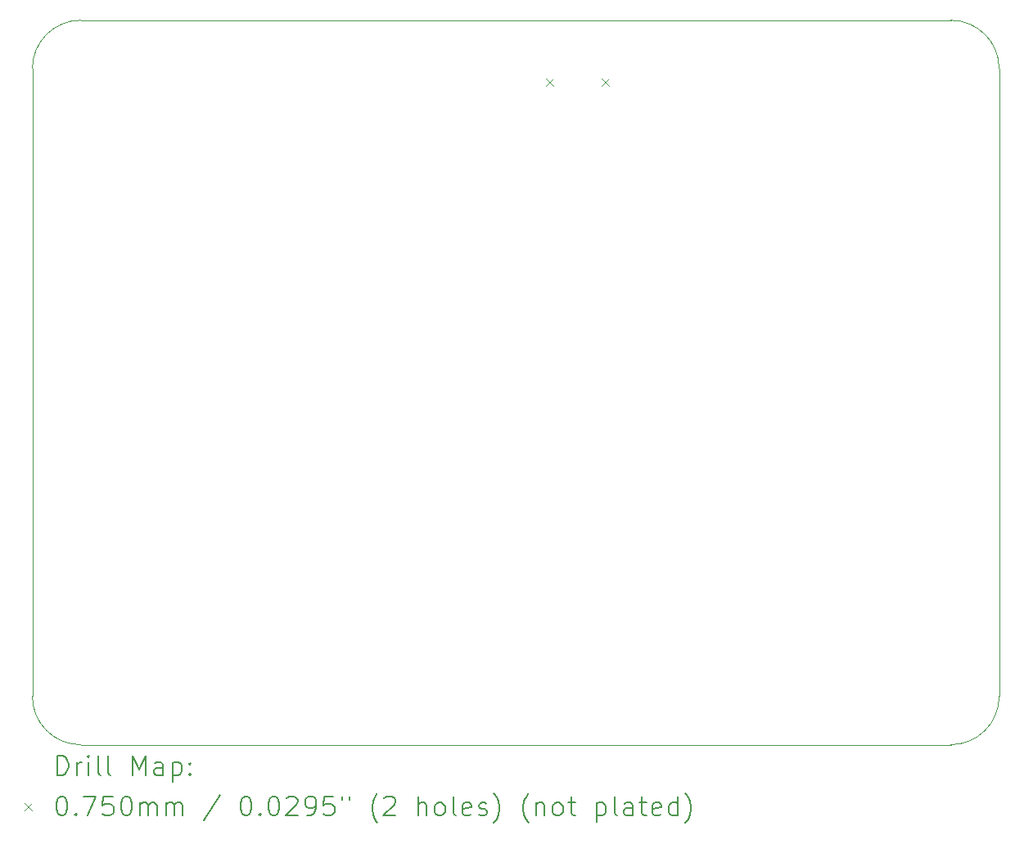
<source format=gbr>
%TF.GenerationSoftware,KiCad,Pcbnew,8.0.0*%
%TF.CreationDate,2024-02-25T15:33:39-08:00*%
%TF.ProjectId,BLDC_Motor Controller,424c4443-5f4d-46f7-946f-7220436f6e74,rev01_1*%
%TF.SameCoordinates,Original*%
%TF.FileFunction,Drillmap*%
%TF.FilePolarity,Positive*%
%FSLAX45Y45*%
G04 Gerber Fmt 4.5, Leading zero omitted, Abs format (unit mm)*
G04 Created by KiCad (PCBNEW 8.0.0) date 2024-02-25 15:33:39*
%MOMM*%
%LPD*%
G01*
G04 APERTURE LIST*
%ADD10C,0.050000*%
%ADD11C,0.200000*%
%ADD12C,0.100000*%
G04 APERTURE END LIST*
D10*
X25536000Y-17420000D02*
X16536000Y-17420000D01*
X25536000Y-9920000D02*
G75*
G02*
X26036000Y-10420000I0J-500000D01*
G01*
X16036000Y-16920000D02*
X16036000Y-10420000D01*
X16036000Y-10420000D02*
G75*
G02*
X16536000Y-9920000I500000J0D01*
G01*
X26036000Y-16920000D02*
G75*
G02*
X25536000Y-17420000I-500000J0D01*
G01*
X26036000Y-10420000D02*
X26036000Y-16920000D01*
X16536000Y-17420000D02*
G75*
G02*
X16036000Y-16920000I0J500000D01*
G01*
X16536000Y-9920000D02*
X25536000Y-9920000D01*
D11*
D12*
X21347409Y-10522062D02*
X21422410Y-10597063D01*
X21422410Y-10522062D02*
X21347409Y-10597063D01*
X21927393Y-10522062D02*
X22002395Y-10597063D01*
X22002395Y-10522062D02*
X21927393Y-10597063D01*
D11*
X16294277Y-17733984D02*
X16294277Y-17533984D01*
X16294277Y-17533984D02*
X16341896Y-17533984D01*
X16341896Y-17533984D02*
X16370467Y-17543508D01*
X16370467Y-17543508D02*
X16389515Y-17562555D01*
X16389515Y-17562555D02*
X16399039Y-17581603D01*
X16399039Y-17581603D02*
X16408562Y-17619698D01*
X16408562Y-17619698D02*
X16408562Y-17648270D01*
X16408562Y-17648270D02*
X16399039Y-17686365D01*
X16399039Y-17686365D02*
X16389515Y-17705412D01*
X16389515Y-17705412D02*
X16370467Y-17724460D01*
X16370467Y-17724460D02*
X16341896Y-17733984D01*
X16341896Y-17733984D02*
X16294277Y-17733984D01*
X16494277Y-17733984D02*
X16494277Y-17600650D01*
X16494277Y-17638746D02*
X16503801Y-17619698D01*
X16503801Y-17619698D02*
X16513324Y-17610174D01*
X16513324Y-17610174D02*
X16532372Y-17600650D01*
X16532372Y-17600650D02*
X16551420Y-17600650D01*
X16618086Y-17733984D02*
X16618086Y-17600650D01*
X16618086Y-17533984D02*
X16608562Y-17543508D01*
X16608562Y-17543508D02*
X16618086Y-17553031D01*
X16618086Y-17553031D02*
X16627610Y-17543508D01*
X16627610Y-17543508D02*
X16618086Y-17533984D01*
X16618086Y-17533984D02*
X16618086Y-17553031D01*
X16741896Y-17733984D02*
X16722848Y-17724460D01*
X16722848Y-17724460D02*
X16713324Y-17705412D01*
X16713324Y-17705412D02*
X16713324Y-17533984D01*
X16846658Y-17733984D02*
X16827610Y-17724460D01*
X16827610Y-17724460D02*
X16818086Y-17705412D01*
X16818086Y-17705412D02*
X16818086Y-17533984D01*
X17075229Y-17733984D02*
X17075229Y-17533984D01*
X17075229Y-17533984D02*
X17141896Y-17676841D01*
X17141896Y-17676841D02*
X17208563Y-17533984D01*
X17208563Y-17533984D02*
X17208563Y-17733984D01*
X17389515Y-17733984D02*
X17389515Y-17629222D01*
X17389515Y-17629222D02*
X17379991Y-17610174D01*
X17379991Y-17610174D02*
X17360944Y-17600650D01*
X17360944Y-17600650D02*
X17322848Y-17600650D01*
X17322848Y-17600650D02*
X17303801Y-17610174D01*
X17389515Y-17724460D02*
X17370467Y-17733984D01*
X17370467Y-17733984D02*
X17322848Y-17733984D01*
X17322848Y-17733984D02*
X17303801Y-17724460D01*
X17303801Y-17724460D02*
X17294277Y-17705412D01*
X17294277Y-17705412D02*
X17294277Y-17686365D01*
X17294277Y-17686365D02*
X17303801Y-17667317D01*
X17303801Y-17667317D02*
X17322848Y-17657793D01*
X17322848Y-17657793D02*
X17370467Y-17657793D01*
X17370467Y-17657793D02*
X17389515Y-17648270D01*
X17484753Y-17600650D02*
X17484753Y-17800650D01*
X17484753Y-17610174D02*
X17503801Y-17600650D01*
X17503801Y-17600650D02*
X17541896Y-17600650D01*
X17541896Y-17600650D02*
X17560944Y-17610174D01*
X17560944Y-17610174D02*
X17570467Y-17619698D01*
X17570467Y-17619698D02*
X17579991Y-17638746D01*
X17579991Y-17638746D02*
X17579991Y-17695889D01*
X17579991Y-17695889D02*
X17570467Y-17714936D01*
X17570467Y-17714936D02*
X17560944Y-17724460D01*
X17560944Y-17724460D02*
X17541896Y-17733984D01*
X17541896Y-17733984D02*
X17503801Y-17733984D01*
X17503801Y-17733984D02*
X17484753Y-17724460D01*
X17665705Y-17714936D02*
X17675229Y-17724460D01*
X17675229Y-17724460D02*
X17665705Y-17733984D01*
X17665705Y-17733984D02*
X17656182Y-17724460D01*
X17656182Y-17724460D02*
X17665705Y-17714936D01*
X17665705Y-17714936D02*
X17665705Y-17733984D01*
X17665705Y-17610174D02*
X17675229Y-17619698D01*
X17675229Y-17619698D02*
X17665705Y-17629222D01*
X17665705Y-17629222D02*
X17656182Y-17619698D01*
X17656182Y-17619698D02*
X17665705Y-17610174D01*
X17665705Y-17610174D02*
X17665705Y-17629222D01*
D12*
X15958499Y-18024999D02*
X16033500Y-18100001D01*
X16033500Y-18024999D02*
X15958499Y-18100001D01*
D11*
X16332372Y-17953984D02*
X16351420Y-17953984D01*
X16351420Y-17953984D02*
X16370467Y-17963508D01*
X16370467Y-17963508D02*
X16379991Y-17973031D01*
X16379991Y-17973031D02*
X16389515Y-17992079D01*
X16389515Y-17992079D02*
X16399039Y-18030174D01*
X16399039Y-18030174D02*
X16399039Y-18077793D01*
X16399039Y-18077793D02*
X16389515Y-18115889D01*
X16389515Y-18115889D02*
X16379991Y-18134936D01*
X16379991Y-18134936D02*
X16370467Y-18144460D01*
X16370467Y-18144460D02*
X16351420Y-18153984D01*
X16351420Y-18153984D02*
X16332372Y-18153984D01*
X16332372Y-18153984D02*
X16313324Y-18144460D01*
X16313324Y-18144460D02*
X16303801Y-18134936D01*
X16303801Y-18134936D02*
X16294277Y-18115889D01*
X16294277Y-18115889D02*
X16284753Y-18077793D01*
X16284753Y-18077793D02*
X16284753Y-18030174D01*
X16284753Y-18030174D02*
X16294277Y-17992079D01*
X16294277Y-17992079D02*
X16303801Y-17973031D01*
X16303801Y-17973031D02*
X16313324Y-17963508D01*
X16313324Y-17963508D02*
X16332372Y-17953984D01*
X16484753Y-18134936D02*
X16494277Y-18144460D01*
X16494277Y-18144460D02*
X16484753Y-18153984D01*
X16484753Y-18153984D02*
X16475229Y-18144460D01*
X16475229Y-18144460D02*
X16484753Y-18134936D01*
X16484753Y-18134936D02*
X16484753Y-18153984D01*
X16560943Y-17953984D02*
X16694277Y-17953984D01*
X16694277Y-17953984D02*
X16608562Y-18153984D01*
X16865705Y-17953984D02*
X16770467Y-17953984D01*
X16770467Y-17953984D02*
X16760943Y-18049222D01*
X16760943Y-18049222D02*
X16770467Y-18039698D01*
X16770467Y-18039698D02*
X16789515Y-18030174D01*
X16789515Y-18030174D02*
X16837134Y-18030174D01*
X16837134Y-18030174D02*
X16856182Y-18039698D01*
X16856182Y-18039698D02*
X16865705Y-18049222D01*
X16865705Y-18049222D02*
X16875229Y-18068270D01*
X16875229Y-18068270D02*
X16875229Y-18115889D01*
X16875229Y-18115889D02*
X16865705Y-18134936D01*
X16865705Y-18134936D02*
X16856182Y-18144460D01*
X16856182Y-18144460D02*
X16837134Y-18153984D01*
X16837134Y-18153984D02*
X16789515Y-18153984D01*
X16789515Y-18153984D02*
X16770467Y-18144460D01*
X16770467Y-18144460D02*
X16760943Y-18134936D01*
X16999039Y-17953984D02*
X17018086Y-17953984D01*
X17018086Y-17953984D02*
X17037134Y-17963508D01*
X17037134Y-17963508D02*
X17046658Y-17973031D01*
X17046658Y-17973031D02*
X17056182Y-17992079D01*
X17056182Y-17992079D02*
X17065705Y-18030174D01*
X17065705Y-18030174D02*
X17065705Y-18077793D01*
X17065705Y-18077793D02*
X17056182Y-18115889D01*
X17056182Y-18115889D02*
X17046658Y-18134936D01*
X17046658Y-18134936D02*
X17037134Y-18144460D01*
X17037134Y-18144460D02*
X17018086Y-18153984D01*
X17018086Y-18153984D02*
X16999039Y-18153984D01*
X16999039Y-18153984D02*
X16979991Y-18144460D01*
X16979991Y-18144460D02*
X16970467Y-18134936D01*
X16970467Y-18134936D02*
X16960944Y-18115889D01*
X16960944Y-18115889D02*
X16951420Y-18077793D01*
X16951420Y-18077793D02*
X16951420Y-18030174D01*
X16951420Y-18030174D02*
X16960944Y-17992079D01*
X16960944Y-17992079D02*
X16970467Y-17973031D01*
X16970467Y-17973031D02*
X16979991Y-17963508D01*
X16979991Y-17963508D02*
X16999039Y-17953984D01*
X17151420Y-18153984D02*
X17151420Y-18020650D01*
X17151420Y-18039698D02*
X17160944Y-18030174D01*
X17160944Y-18030174D02*
X17179991Y-18020650D01*
X17179991Y-18020650D02*
X17208563Y-18020650D01*
X17208563Y-18020650D02*
X17227610Y-18030174D01*
X17227610Y-18030174D02*
X17237134Y-18049222D01*
X17237134Y-18049222D02*
X17237134Y-18153984D01*
X17237134Y-18049222D02*
X17246658Y-18030174D01*
X17246658Y-18030174D02*
X17265705Y-18020650D01*
X17265705Y-18020650D02*
X17294277Y-18020650D01*
X17294277Y-18020650D02*
X17313325Y-18030174D01*
X17313325Y-18030174D02*
X17322848Y-18049222D01*
X17322848Y-18049222D02*
X17322848Y-18153984D01*
X17418086Y-18153984D02*
X17418086Y-18020650D01*
X17418086Y-18039698D02*
X17427610Y-18030174D01*
X17427610Y-18030174D02*
X17446658Y-18020650D01*
X17446658Y-18020650D02*
X17475229Y-18020650D01*
X17475229Y-18020650D02*
X17494277Y-18030174D01*
X17494277Y-18030174D02*
X17503801Y-18049222D01*
X17503801Y-18049222D02*
X17503801Y-18153984D01*
X17503801Y-18049222D02*
X17513325Y-18030174D01*
X17513325Y-18030174D02*
X17532372Y-18020650D01*
X17532372Y-18020650D02*
X17560944Y-18020650D01*
X17560944Y-18020650D02*
X17579991Y-18030174D01*
X17579991Y-18030174D02*
X17589515Y-18049222D01*
X17589515Y-18049222D02*
X17589515Y-18153984D01*
X17979991Y-17944460D02*
X17808563Y-18201603D01*
X18237134Y-17953984D02*
X18256182Y-17953984D01*
X18256182Y-17953984D02*
X18275229Y-17963508D01*
X18275229Y-17963508D02*
X18284753Y-17973031D01*
X18284753Y-17973031D02*
X18294277Y-17992079D01*
X18294277Y-17992079D02*
X18303801Y-18030174D01*
X18303801Y-18030174D02*
X18303801Y-18077793D01*
X18303801Y-18077793D02*
X18294277Y-18115889D01*
X18294277Y-18115889D02*
X18284753Y-18134936D01*
X18284753Y-18134936D02*
X18275229Y-18144460D01*
X18275229Y-18144460D02*
X18256182Y-18153984D01*
X18256182Y-18153984D02*
X18237134Y-18153984D01*
X18237134Y-18153984D02*
X18218087Y-18144460D01*
X18218087Y-18144460D02*
X18208563Y-18134936D01*
X18208563Y-18134936D02*
X18199039Y-18115889D01*
X18199039Y-18115889D02*
X18189515Y-18077793D01*
X18189515Y-18077793D02*
X18189515Y-18030174D01*
X18189515Y-18030174D02*
X18199039Y-17992079D01*
X18199039Y-17992079D02*
X18208563Y-17973031D01*
X18208563Y-17973031D02*
X18218087Y-17963508D01*
X18218087Y-17963508D02*
X18237134Y-17953984D01*
X18389515Y-18134936D02*
X18399039Y-18144460D01*
X18399039Y-18144460D02*
X18389515Y-18153984D01*
X18389515Y-18153984D02*
X18379991Y-18144460D01*
X18379991Y-18144460D02*
X18389515Y-18134936D01*
X18389515Y-18134936D02*
X18389515Y-18153984D01*
X18522848Y-17953984D02*
X18541896Y-17953984D01*
X18541896Y-17953984D02*
X18560944Y-17963508D01*
X18560944Y-17963508D02*
X18570468Y-17973031D01*
X18570468Y-17973031D02*
X18579991Y-17992079D01*
X18579991Y-17992079D02*
X18589515Y-18030174D01*
X18589515Y-18030174D02*
X18589515Y-18077793D01*
X18589515Y-18077793D02*
X18579991Y-18115889D01*
X18579991Y-18115889D02*
X18570468Y-18134936D01*
X18570468Y-18134936D02*
X18560944Y-18144460D01*
X18560944Y-18144460D02*
X18541896Y-18153984D01*
X18541896Y-18153984D02*
X18522848Y-18153984D01*
X18522848Y-18153984D02*
X18503801Y-18144460D01*
X18503801Y-18144460D02*
X18494277Y-18134936D01*
X18494277Y-18134936D02*
X18484753Y-18115889D01*
X18484753Y-18115889D02*
X18475229Y-18077793D01*
X18475229Y-18077793D02*
X18475229Y-18030174D01*
X18475229Y-18030174D02*
X18484753Y-17992079D01*
X18484753Y-17992079D02*
X18494277Y-17973031D01*
X18494277Y-17973031D02*
X18503801Y-17963508D01*
X18503801Y-17963508D02*
X18522848Y-17953984D01*
X18665706Y-17973031D02*
X18675229Y-17963508D01*
X18675229Y-17963508D02*
X18694277Y-17953984D01*
X18694277Y-17953984D02*
X18741896Y-17953984D01*
X18741896Y-17953984D02*
X18760944Y-17963508D01*
X18760944Y-17963508D02*
X18770468Y-17973031D01*
X18770468Y-17973031D02*
X18779991Y-17992079D01*
X18779991Y-17992079D02*
X18779991Y-18011127D01*
X18779991Y-18011127D02*
X18770468Y-18039698D01*
X18770468Y-18039698D02*
X18656182Y-18153984D01*
X18656182Y-18153984D02*
X18779991Y-18153984D01*
X18875229Y-18153984D02*
X18913325Y-18153984D01*
X18913325Y-18153984D02*
X18932372Y-18144460D01*
X18932372Y-18144460D02*
X18941896Y-18134936D01*
X18941896Y-18134936D02*
X18960944Y-18106365D01*
X18960944Y-18106365D02*
X18970468Y-18068270D01*
X18970468Y-18068270D02*
X18970468Y-17992079D01*
X18970468Y-17992079D02*
X18960944Y-17973031D01*
X18960944Y-17973031D02*
X18951420Y-17963508D01*
X18951420Y-17963508D02*
X18932372Y-17953984D01*
X18932372Y-17953984D02*
X18894277Y-17953984D01*
X18894277Y-17953984D02*
X18875229Y-17963508D01*
X18875229Y-17963508D02*
X18865706Y-17973031D01*
X18865706Y-17973031D02*
X18856182Y-17992079D01*
X18856182Y-17992079D02*
X18856182Y-18039698D01*
X18856182Y-18039698D02*
X18865706Y-18058746D01*
X18865706Y-18058746D02*
X18875229Y-18068270D01*
X18875229Y-18068270D02*
X18894277Y-18077793D01*
X18894277Y-18077793D02*
X18932372Y-18077793D01*
X18932372Y-18077793D02*
X18951420Y-18068270D01*
X18951420Y-18068270D02*
X18960944Y-18058746D01*
X18960944Y-18058746D02*
X18970468Y-18039698D01*
X19151420Y-17953984D02*
X19056182Y-17953984D01*
X19056182Y-17953984D02*
X19046658Y-18049222D01*
X19046658Y-18049222D02*
X19056182Y-18039698D01*
X19056182Y-18039698D02*
X19075229Y-18030174D01*
X19075229Y-18030174D02*
X19122849Y-18030174D01*
X19122849Y-18030174D02*
X19141896Y-18039698D01*
X19141896Y-18039698D02*
X19151420Y-18049222D01*
X19151420Y-18049222D02*
X19160944Y-18068270D01*
X19160944Y-18068270D02*
X19160944Y-18115889D01*
X19160944Y-18115889D02*
X19151420Y-18134936D01*
X19151420Y-18134936D02*
X19141896Y-18144460D01*
X19141896Y-18144460D02*
X19122849Y-18153984D01*
X19122849Y-18153984D02*
X19075229Y-18153984D01*
X19075229Y-18153984D02*
X19056182Y-18144460D01*
X19056182Y-18144460D02*
X19046658Y-18134936D01*
X19237134Y-17953984D02*
X19237134Y-17992079D01*
X19313325Y-17953984D02*
X19313325Y-17992079D01*
X19608563Y-18230174D02*
X19599039Y-18220650D01*
X19599039Y-18220650D02*
X19579991Y-18192079D01*
X19579991Y-18192079D02*
X19570468Y-18173031D01*
X19570468Y-18173031D02*
X19560944Y-18144460D01*
X19560944Y-18144460D02*
X19551420Y-18096841D01*
X19551420Y-18096841D02*
X19551420Y-18058746D01*
X19551420Y-18058746D02*
X19560944Y-18011127D01*
X19560944Y-18011127D02*
X19570468Y-17982555D01*
X19570468Y-17982555D02*
X19579991Y-17963508D01*
X19579991Y-17963508D02*
X19599039Y-17934936D01*
X19599039Y-17934936D02*
X19608563Y-17925412D01*
X19675230Y-17973031D02*
X19684753Y-17963508D01*
X19684753Y-17963508D02*
X19703801Y-17953984D01*
X19703801Y-17953984D02*
X19751420Y-17953984D01*
X19751420Y-17953984D02*
X19770468Y-17963508D01*
X19770468Y-17963508D02*
X19779991Y-17973031D01*
X19779991Y-17973031D02*
X19789515Y-17992079D01*
X19789515Y-17992079D02*
X19789515Y-18011127D01*
X19789515Y-18011127D02*
X19779991Y-18039698D01*
X19779991Y-18039698D02*
X19665706Y-18153984D01*
X19665706Y-18153984D02*
X19789515Y-18153984D01*
X20027611Y-18153984D02*
X20027611Y-17953984D01*
X20113325Y-18153984D02*
X20113325Y-18049222D01*
X20113325Y-18049222D02*
X20103801Y-18030174D01*
X20103801Y-18030174D02*
X20084753Y-18020650D01*
X20084753Y-18020650D02*
X20056182Y-18020650D01*
X20056182Y-18020650D02*
X20037134Y-18030174D01*
X20037134Y-18030174D02*
X20027611Y-18039698D01*
X20237134Y-18153984D02*
X20218087Y-18144460D01*
X20218087Y-18144460D02*
X20208563Y-18134936D01*
X20208563Y-18134936D02*
X20199039Y-18115889D01*
X20199039Y-18115889D02*
X20199039Y-18058746D01*
X20199039Y-18058746D02*
X20208563Y-18039698D01*
X20208563Y-18039698D02*
X20218087Y-18030174D01*
X20218087Y-18030174D02*
X20237134Y-18020650D01*
X20237134Y-18020650D02*
X20265706Y-18020650D01*
X20265706Y-18020650D02*
X20284753Y-18030174D01*
X20284753Y-18030174D02*
X20294277Y-18039698D01*
X20294277Y-18039698D02*
X20303801Y-18058746D01*
X20303801Y-18058746D02*
X20303801Y-18115889D01*
X20303801Y-18115889D02*
X20294277Y-18134936D01*
X20294277Y-18134936D02*
X20284753Y-18144460D01*
X20284753Y-18144460D02*
X20265706Y-18153984D01*
X20265706Y-18153984D02*
X20237134Y-18153984D01*
X20418087Y-18153984D02*
X20399039Y-18144460D01*
X20399039Y-18144460D02*
X20389515Y-18125412D01*
X20389515Y-18125412D02*
X20389515Y-17953984D01*
X20570468Y-18144460D02*
X20551420Y-18153984D01*
X20551420Y-18153984D02*
X20513325Y-18153984D01*
X20513325Y-18153984D02*
X20494277Y-18144460D01*
X20494277Y-18144460D02*
X20484753Y-18125412D01*
X20484753Y-18125412D02*
X20484753Y-18049222D01*
X20484753Y-18049222D02*
X20494277Y-18030174D01*
X20494277Y-18030174D02*
X20513325Y-18020650D01*
X20513325Y-18020650D02*
X20551420Y-18020650D01*
X20551420Y-18020650D02*
X20570468Y-18030174D01*
X20570468Y-18030174D02*
X20579992Y-18049222D01*
X20579992Y-18049222D02*
X20579992Y-18068270D01*
X20579992Y-18068270D02*
X20484753Y-18087317D01*
X20656182Y-18144460D02*
X20675230Y-18153984D01*
X20675230Y-18153984D02*
X20713325Y-18153984D01*
X20713325Y-18153984D02*
X20732373Y-18144460D01*
X20732373Y-18144460D02*
X20741896Y-18125412D01*
X20741896Y-18125412D02*
X20741896Y-18115889D01*
X20741896Y-18115889D02*
X20732373Y-18096841D01*
X20732373Y-18096841D02*
X20713325Y-18087317D01*
X20713325Y-18087317D02*
X20684753Y-18087317D01*
X20684753Y-18087317D02*
X20665706Y-18077793D01*
X20665706Y-18077793D02*
X20656182Y-18058746D01*
X20656182Y-18058746D02*
X20656182Y-18049222D01*
X20656182Y-18049222D02*
X20665706Y-18030174D01*
X20665706Y-18030174D02*
X20684753Y-18020650D01*
X20684753Y-18020650D02*
X20713325Y-18020650D01*
X20713325Y-18020650D02*
X20732373Y-18030174D01*
X20808563Y-18230174D02*
X20818087Y-18220650D01*
X20818087Y-18220650D02*
X20837134Y-18192079D01*
X20837134Y-18192079D02*
X20846658Y-18173031D01*
X20846658Y-18173031D02*
X20856182Y-18144460D01*
X20856182Y-18144460D02*
X20865706Y-18096841D01*
X20865706Y-18096841D02*
X20865706Y-18058746D01*
X20865706Y-18058746D02*
X20856182Y-18011127D01*
X20856182Y-18011127D02*
X20846658Y-17982555D01*
X20846658Y-17982555D02*
X20837134Y-17963508D01*
X20837134Y-17963508D02*
X20818087Y-17934936D01*
X20818087Y-17934936D02*
X20808563Y-17925412D01*
X21170468Y-18230174D02*
X21160944Y-18220650D01*
X21160944Y-18220650D02*
X21141896Y-18192079D01*
X21141896Y-18192079D02*
X21132373Y-18173031D01*
X21132373Y-18173031D02*
X21122849Y-18144460D01*
X21122849Y-18144460D02*
X21113325Y-18096841D01*
X21113325Y-18096841D02*
X21113325Y-18058746D01*
X21113325Y-18058746D02*
X21122849Y-18011127D01*
X21122849Y-18011127D02*
X21132373Y-17982555D01*
X21132373Y-17982555D02*
X21141896Y-17963508D01*
X21141896Y-17963508D02*
X21160944Y-17934936D01*
X21160944Y-17934936D02*
X21170468Y-17925412D01*
X21246658Y-18020650D02*
X21246658Y-18153984D01*
X21246658Y-18039698D02*
X21256182Y-18030174D01*
X21256182Y-18030174D02*
X21275230Y-18020650D01*
X21275230Y-18020650D02*
X21303801Y-18020650D01*
X21303801Y-18020650D02*
X21322849Y-18030174D01*
X21322849Y-18030174D02*
X21332373Y-18049222D01*
X21332373Y-18049222D02*
X21332373Y-18153984D01*
X21456182Y-18153984D02*
X21437134Y-18144460D01*
X21437134Y-18144460D02*
X21427611Y-18134936D01*
X21427611Y-18134936D02*
X21418087Y-18115889D01*
X21418087Y-18115889D02*
X21418087Y-18058746D01*
X21418087Y-18058746D02*
X21427611Y-18039698D01*
X21427611Y-18039698D02*
X21437134Y-18030174D01*
X21437134Y-18030174D02*
X21456182Y-18020650D01*
X21456182Y-18020650D02*
X21484754Y-18020650D01*
X21484754Y-18020650D02*
X21503801Y-18030174D01*
X21503801Y-18030174D02*
X21513325Y-18039698D01*
X21513325Y-18039698D02*
X21522849Y-18058746D01*
X21522849Y-18058746D02*
X21522849Y-18115889D01*
X21522849Y-18115889D02*
X21513325Y-18134936D01*
X21513325Y-18134936D02*
X21503801Y-18144460D01*
X21503801Y-18144460D02*
X21484754Y-18153984D01*
X21484754Y-18153984D02*
X21456182Y-18153984D01*
X21579992Y-18020650D02*
X21656182Y-18020650D01*
X21608563Y-17953984D02*
X21608563Y-18125412D01*
X21608563Y-18125412D02*
X21618087Y-18144460D01*
X21618087Y-18144460D02*
X21637134Y-18153984D01*
X21637134Y-18153984D02*
X21656182Y-18153984D01*
X21875230Y-18020650D02*
X21875230Y-18220650D01*
X21875230Y-18030174D02*
X21894277Y-18020650D01*
X21894277Y-18020650D02*
X21932373Y-18020650D01*
X21932373Y-18020650D02*
X21951420Y-18030174D01*
X21951420Y-18030174D02*
X21960944Y-18039698D01*
X21960944Y-18039698D02*
X21970468Y-18058746D01*
X21970468Y-18058746D02*
X21970468Y-18115889D01*
X21970468Y-18115889D02*
X21960944Y-18134936D01*
X21960944Y-18134936D02*
X21951420Y-18144460D01*
X21951420Y-18144460D02*
X21932373Y-18153984D01*
X21932373Y-18153984D02*
X21894277Y-18153984D01*
X21894277Y-18153984D02*
X21875230Y-18144460D01*
X22084754Y-18153984D02*
X22065706Y-18144460D01*
X22065706Y-18144460D02*
X22056182Y-18125412D01*
X22056182Y-18125412D02*
X22056182Y-17953984D01*
X22246658Y-18153984D02*
X22246658Y-18049222D01*
X22246658Y-18049222D02*
X22237135Y-18030174D01*
X22237135Y-18030174D02*
X22218087Y-18020650D01*
X22218087Y-18020650D02*
X22179992Y-18020650D01*
X22179992Y-18020650D02*
X22160944Y-18030174D01*
X22246658Y-18144460D02*
X22227611Y-18153984D01*
X22227611Y-18153984D02*
X22179992Y-18153984D01*
X22179992Y-18153984D02*
X22160944Y-18144460D01*
X22160944Y-18144460D02*
X22151420Y-18125412D01*
X22151420Y-18125412D02*
X22151420Y-18106365D01*
X22151420Y-18106365D02*
X22160944Y-18087317D01*
X22160944Y-18087317D02*
X22179992Y-18077793D01*
X22179992Y-18077793D02*
X22227611Y-18077793D01*
X22227611Y-18077793D02*
X22246658Y-18068270D01*
X22313325Y-18020650D02*
X22389515Y-18020650D01*
X22341896Y-17953984D02*
X22341896Y-18125412D01*
X22341896Y-18125412D02*
X22351420Y-18144460D01*
X22351420Y-18144460D02*
X22370468Y-18153984D01*
X22370468Y-18153984D02*
X22389515Y-18153984D01*
X22532373Y-18144460D02*
X22513325Y-18153984D01*
X22513325Y-18153984D02*
X22475230Y-18153984D01*
X22475230Y-18153984D02*
X22456182Y-18144460D01*
X22456182Y-18144460D02*
X22446658Y-18125412D01*
X22446658Y-18125412D02*
X22446658Y-18049222D01*
X22446658Y-18049222D02*
X22456182Y-18030174D01*
X22456182Y-18030174D02*
X22475230Y-18020650D01*
X22475230Y-18020650D02*
X22513325Y-18020650D01*
X22513325Y-18020650D02*
X22532373Y-18030174D01*
X22532373Y-18030174D02*
X22541896Y-18049222D01*
X22541896Y-18049222D02*
X22541896Y-18068270D01*
X22541896Y-18068270D02*
X22446658Y-18087317D01*
X22713325Y-18153984D02*
X22713325Y-17953984D01*
X22713325Y-18144460D02*
X22694277Y-18153984D01*
X22694277Y-18153984D02*
X22656182Y-18153984D01*
X22656182Y-18153984D02*
X22637134Y-18144460D01*
X22637134Y-18144460D02*
X22627611Y-18134936D01*
X22627611Y-18134936D02*
X22618087Y-18115889D01*
X22618087Y-18115889D02*
X22618087Y-18058746D01*
X22618087Y-18058746D02*
X22627611Y-18039698D01*
X22627611Y-18039698D02*
X22637134Y-18030174D01*
X22637134Y-18030174D02*
X22656182Y-18020650D01*
X22656182Y-18020650D02*
X22694277Y-18020650D01*
X22694277Y-18020650D02*
X22713325Y-18030174D01*
X22789515Y-18230174D02*
X22799039Y-18220650D01*
X22799039Y-18220650D02*
X22818087Y-18192079D01*
X22818087Y-18192079D02*
X22827611Y-18173031D01*
X22827611Y-18173031D02*
X22837134Y-18144460D01*
X22837134Y-18144460D02*
X22846658Y-18096841D01*
X22846658Y-18096841D02*
X22846658Y-18058746D01*
X22846658Y-18058746D02*
X22837134Y-18011127D01*
X22837134Y-18011127D02*
X22827611Y-17982555D01*
X22827611Y-17982555D02*
X22818087Y-17963508D01*
X22818087Y-17963508D02*
X22799039Y-17934936D01*
X22799039Y-17934936D02*
X22789515Y-17925412D01*
M02*

</source>
